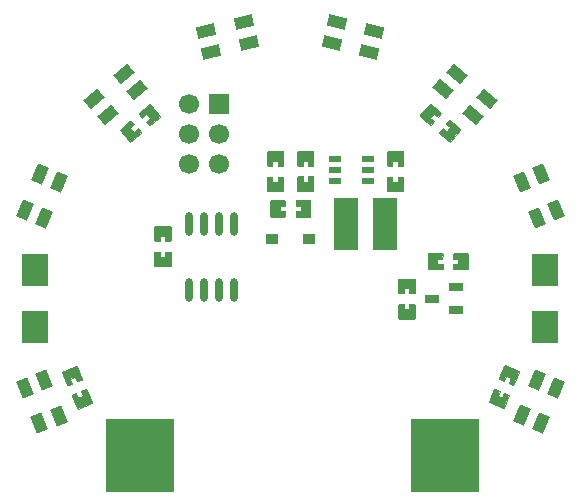
<source format=gbp>
G04 Layer: BottomPasteMaskLayer*
G04 EasyEDA Pro v1.9.29.eba1c1, 2023-07-30 16:19:25*
G04 Gerber Generator version 0.3*
G04 Scale: 100 percent, Rotated: No, Reflected: No*
G04 Dimensions in millimeters*
G04 Leading zeros omitted, absolute positions, 3 integers and 3 decimals*
%FSLAX33Y33*%
%MOMM*%
%AMRect*21,1,$1,$2,0,0,$3*%
%ADD10C,0.0254*%
%ADD11R,1.999996X4.499991*%
%ADD12R,0.999998X0.550012*%
%ADD13R,0.999998X0.959993*%
%ADD14R,1.25001X0.699999*%
%ADD15C,1.7046*%
%ADD16C,1.699999*%
%ADD17R,1.699999X1.699999*%
%ADD18R,2.199996X2.799994*%
%ADD19R,2.199996X2.799994*%
%ADD20Rect,1.545006X0.997001X291.88*%
%ADD21Rect,1.545006X0.997001X247.47*%
%ADD22Rect,1.545006X0.997001X220.47*%
%ADD23Rect,1.545006X0.997001X193.47*%
%ADD24Rect,1.545006X0.997001X166.47*%
%ADD25Rect,1.545006X0.997001X139.47*%
%ADD26Rect,1.545006X0.997001X112.47*%
%ADD27Rect,1.545006X0.997001X67.47*%
%ADD28O,0.699999X1.999996*%
G75*


G04 PolygonModel Start*
G36*
G01X9510Y12470D02*
G01X8230Y12470D01*
G01X8180Y12420D01*
G01Y11270D01*
G01X8230Y11220D01*
G01X8640Y11215D01*
G01Y11665D01*
G01X9090D01*
G01Y11225D01*
G01X9510Y11220D01*
G01X9560Y11270D01*
G01Y12420D01*
G01X9510Y12470D01*
G37*
G54D10*
G01X9510Y12470D02*
G01X8230Y12470D01*
G01X8180Y12420D01*
G01Y11270D01*
G01X8230Y11220D01*
G01X8640Y11215D01*
G01Y11665D01*
G01X9090D01*
G01Y11225D01*
G01X9510Y11220D01*
G01X9560Y11270D01*
G01Y12420D01*
G01X9510Y12470D01*
G36*
G01X9510Y10320D02*
G01X9090Y10320D01*
G01Y9875D01*
G01X8640D01*
G01Y10315D01*
G01X8230Y10320D01*
G01X8180Y10270D01*
G01Y9120D01*
G01X8230Y9070D01*
G01X9510D01*
G01X9560Y9120D01*
G01Y10270D01*
G01X9510Y10320D01*
G37*
G01X9510Y10320D02*
G01X9090Y10320D01*
G01Y9875D01*
G01X8640D01*
G01Y10315D01*
G01X8230Y10320D01*
G01X8180Y10270D01*
G01Y9120D01*
G01X8230Y9070D01*
G01X9510D01*
G01X9560Y9120D01*
G01Y10270D01*
G01X9510Y10320D01*
G36*
G01X-650Y12470D02*
G01X-1930Y12470D01*
G01X-1980Y12420D01*
G01Y11270D01*
G01X-1930Y11220D01*
G01X-1520Y11215D01*
G01Y11665D01*
G01X-1070D01*
G01Y11225D01*
G01X-650Y11220D01*
G01X-600Y11270D01*
G01Y12420D01*
G01X-650Y12470D01*
G37*
G01X-650Y12470D02*
G01X-1930Y12470D01*
G01X-1980Y12420D01*
G01Y11270D01*
G01X-1930Y11220D01*
G01X-1520Y11215D01*
G01Y11665D01*
G01X-1070D01*
G01Y11225D01*
G01X-650Y11220D01*
G01X-600Y11270D01*
G01Y12420D01*
G01X-650Y12470D01*
G36*
G01X-650Y10320D02*
G01X-1070Y10320D01*
G01Y9875D01*
G01X-1520D01*
G01Y10315D01*
G01X-1930Y10320D01*
G01X-1980Y10270D01*
G01Y9120D01*
G01X-1930Y9070D01*
G01X-650D01*
G01X-600Y9120D01*
G01Y10270D01*
G01X-650Y10320D01*
G37*
G01X-650Y10320D02*
G01X-1070Y10320D01*
G01Y9875D01*
G01X-1520D01*
G01Y10315D01*
G01X-1930Y10320D01*
G01X-1980Y10270D01*
G01Y9120D01*
G01X-1930Y9070D01*
G01X-650D01*
G01X-600Y9120D01*
G01Y10270D01*
G01X-650Y10320D01*
G36*
G01X1700Y6980D02*
G01X1700Y8260D01*
G01X1650Y8310D01*
G01X500D01*
G01X450Y8260D01*
G01X445Y7850D01*
G01X895D01*
G01Y7400D01*
G01X455D01*
G01X450Y6980D01*
G01X500Y6930D01*
G01X1650D01*
G01X1700Y6980D01*
G37*
G01X1700Y6980D02*
G01X1700Y8260D01*
G01X1650Y8310D01*
G01X500D01*
G01X450Y8260D01*
G01X445Y7850D01*
G01X895D01*
G01Y7400D01*
G01X455D01*
G01X450Y6980D01*
G01X500Y6930D01*
G01X1650D01*
G01X1700Y6980D01*
G36*
G01X-450Y6980D02*
G01X-450Y7400D01*
G01X-895D01*
G01Y7850D01*
G01X-455D01*
G01X-450Y8260D01*
G01X-500Y8310D01*
G01X-1650D01*
G01X-1700Y8260D01*
G01Y6980D01*
G01X-1650Y6930D01*
G01X-500D01*
G01X-450Y6980D01*
G37*
G01X-450Y6980D02*
G01X-450Y7400D01*
G01X-895D01*
G01Y7850D01*
G01X-455D01*
G01X-450Y8260D01*
G01X-500Y8310D01*
G01X-1650D01*
G01X-1700Y8260D01*
G01Y6980D01*
G01X-1650Y6930D01*
G01X-500D01*
G01X-450Y6980D01*
G36*
G01X1910Y12495D02*
G01X630Y12495D01*
G01X580Y12445D01*
G01Y11295D01*
G01X630Y11245D01*
G01X1040Y11240D01*
G01Y11690D01*
G01X1490D01*
G01Y11250D01*
G01X1910Y11245D01*
G01X1960Y11295D01*
G01Y12445D01*
G01X1910Y12495D01*
G37*
G01X1910Y12495D02*
G01X630Y12495D01*
G01X580Y12445D01*
G01Y11295D01*
G01X630Y11245D01*
G01X1040Y11240D01*
G01Y11690D01*
G01X1490D01*
G01Y11250D01*
G01X1910Y11245D01*
G01X1960Y11295D01*
G01Y12445D01*
G01X1910Y12495D01*
G36*
G01X1910Y10345D02*
G01X1490Y10345D01*
G01Y9900D01*
G01X1040D01*
G01Y10340D01*
G01X630Y10345D01*
G01X580Y10295D01*
G01Y9145D01*
G01X630Y9095D01*
G01X1910D01*
G01X1960Y9145D01*
G01Y10295D01*
G01X1910Y10345D01*
G37*
G01X1910Y10345D02*
G01X1490Y10345D01*
G01Y9900D01*
G01X1040D01*
G01Y10340D01*
G01X630Y10345D01*
G01X580Y10295D01*
G01Y9145D01*
G01X630Y9095D01*
G01X1910D01*
G01X1960Y9145D01*
G01Y10295D01*
G01X1910Y10345D01*
G36*
G01X-10175Y6120D02*
G01X-11455Y6120D01*
G01X-11505Y6070D01*
G01Y4920D01*
G01X-11455Y4870D01*
G01X-11045Y4865D01*
G01Y5315D01*
G01X-10595D01*
G01Y4875D01*
G01X-10175Y4870D01*
G01X-10125Y4920D01*
G01Y6070D01*
G01X-10175Y6120D01*
G37*
G01X-10175Y6120D02*
G01X-11455Y6120D01*
G01X-11505Y6070D01*
G01Y4920D01*
G01X-11455Y4870D01*
G01X-11045Y4865D01*
G01Y5315D01*
G01X-10595D01*
G01Y4875D01*
G01X-10175Y4870D01*
G01X-10125Y4920D01*
G01Y6070D01*
G01X-10175Y6120D01*
G36*
G01X-10175Y3970D02*
G01X-10595Y3970D01*
G01Y3525D01*
G01X-11045D01*
G01Y3965D01*
G01X-11455Y3970D01*
G01X-11505Y3920D01*
G01Y2770D01*
G01X-11455Y2720D01*
G01X-10175D01*
G01X-10125Y2770D01*
G01Y3920D01*
G01X-10175Y3970D01*
G37*
G01X-10175Y3970D02*
G01X-10595Y3970D01*
G01Y3525D01*
G01X-11045D01*
G01Y3965D01*
G01X-11455Y3970D01*
G01X-11505Y3920D01*
G01Y2770D01*
G01X-11455Y2720D01*
G01X-10175D01*
G01X-10125Y2770D01*
G01Y3920D01*
G01X-10175Y3970D01*
G36*
G01X-18129Y-5696D02*
G01X-19311Y-6186D01*
G01X-19338Y-6251D01*
G01X-18898Y-7314D01*
G01X-18833Y-7341D01*
G01X-18452Y-7188D01*
G01X-18624Y-6773D01*
G01X-18208Y-6601D01*
G01X-18040Y-7007D01*
G01X-17650Y-6851D01*
G01X-17623Y-6786D01*
G01X-18063Y-5723D01*
G01X-18129Y-5696D01*
G37*
G01X-18129Y-5696D02*
G01X-19311Y-6186D01*
G01X-19338Y-6251D01*
G01X-18898Y-7314D01*
G01X-18833Y-7341D01*
G01X-18452Y-7188D01*
G01X-18624Y-6773D01*
G01X-18208Y-6601D01*
G01X-18040Y-7007D01*
G01X-17650Y-6851D01*
G01X-17623Y-6786D01*
G01X-18063Y-5723D01*
G01X-18129Y-5696D01*
G36*
G01X-17306Y-7682D02*
G01X-17694Y-7843D01*
G01X-17523Y-8254D01*
G01X-17939Y-8426D01*
G01X-18108Y-8020D01*
G01X-18488Y-8172D01*
G01X-18515Y-8238D01*
G01X-18075Y-9300D01*
G01X-18010Y-9327D01*
G01X-16827Y-8837D01*
G01X-16800Y-8772D01*
G01X-17240Y-7709D01*
G01X-17306Y-7682D01*
G37*
G01X-17306Y-7682D02*
G01X-17694Y-7843D01*
G01X-17523Y-8254D01*
G01X-17939Y-8426D01*
G01X-18108Y-8020D01*
G01X-18488Y-8172D01*
G01X-18515Y-8238D01*
G01X-18075Y-9300D01*
G01X-18010Y-9327D01*
G01X-16827Y-8837D01*
G01X-16800Y-8772D01*
G01X-17240Y-7709D01*
G01X-17306Y-7682D01*
G36*
G01X16847Y-8791D02*
G01X18029Y-9281D01*
G01X18094Y-9254D01*
G01X18535Y-8191D01*
G01X18507Y-8126D01*
G01X18131Y-7965D01*
G01X17958Y-8380D01*
G01X17543Y-8208D01*
G01X17711Y-7802D01*
G01X17325Y-7636D01*
G01X17260Y-7663D01*
G01X16819Y-8726D01*
G01X16847Y-8791D01*
G37*
G01X16847Y-8791D02*
G01X18029Y-9281D01*
G01X18094Y-9254D01*
G01X18535Y-8191D01*
G01X18507Y-8126D01*
G01X18131Y-7965D01*
G01X17958Y-8380D01*
G01X17543Y-8208D01*
G01X17711Y-7802D01*
G01X17325Y-7636D01*
G01X17260Y-7663D01*
G01X16819Y-8726D01*
G01X16847Y-8791D01*
G36*
G01X17669Y-6805D02*
G01X18057Y-6965D01*
G01X18228Y-6554D01*
G01X18643Y-6727D01*
G01X18475Y-7133D01*
G01X18852Y-7295D01*
G01X18917Y-7268D01*
G01X19357Y-6205D01*
G01X19330Y-6140D01*
G01X18148Y-5650D01*
G01X18082Y-5677D01*
G01X17642Y-6739D01*
G01X17669Y-6805D01*
G37*
G01X17669Y-6805D02*
G01X18057Y-6965D01*
G01X18228Y-6554D01*
G01X18643Y-6727D01*
G01X18475Y-7133D01*
G01X18852Y-7295D01*
G01X18917Y-7268D01*
G01X19357Y-6205D01*
G01X19330Y-6140D01*
G01X18148Y-5650D01*
G01X18082Y-5677D01*
G01X17642Y-6739D01*
G01X17669Y-6805D01*
G36*
G01X-11019Y15481D02*
G01X-11851Y16454D01*
G01X-11921Y16460D01*
G01X-12796Y15713D01*
G01X-12801Y15643D01*
G01X-12539Y15328D01*
G01X-12196Y15620D01*
G01X-11904Y15278D01*
G01X-12239Y14992D01*
G01X-11970Y14669D01*
G01X-11899Y14664D01*
G01X-11025Y15411D01*
G01X-11019Y15481D01*
G37*
G01X-11019Y15481D02*
G01X-11851Y16454D01*
G01X-11921Y16460D01*
G01X-12796Y15713D01*
G01X-12801Y15643D01*
G01X-12539Y15328D01*
G01X-12196Y15620D01*
G01X-11904Y15278D01*
G01X-12239Y14992D01*
G01X-11970Y14669D01*
G01X-11899Y14664D01*
G01X-11025Y15411D01*
G01X-11019Y15481D01*
G36*
G01X-12654Y14085D02*
G01X-12927Y14404D01*
G01X-13265Y14115D01*
G01X-13558Y14457D01*
G01X-13223Y14743D01*
G01X-13485Y15058D01*
G01X-13556Y15064D01*
G01X-14430Y14317D01*
G01X-14436Y14246D01*
G01X-13605Y13273D01*
G01X-13534Y13267D01*
G01X-12660Y14014D01*
G01X-12654Y14085D01*
G37*
G01X-12654Y14085D02*
G01X-12927Y14404D01*
G01X-13265Y14115D01*
G01X-13558Y14457D01*
G01X-13223Y14743D01*
G01X-13485Y15058D01*
G01X-13556Y15064D01*
G01X-14430Y14317D01*
G01X-14436Y14246D01*
G01X-13605Y13273D01*
G01X-13534Y13267D01*
G01X-12660Y14014D01*
G01X-12654Y14085D01*
G36*
G01X13567Y13305D02*
G01X14398Y14279D01*
G01X14392Y14349D01*
G01X13518Y15096D01*
G01X13447Y15091D01*
G01X13177Y14782D01*
G01X13520Y14490D01*
G01X13227Y14148D01*
G01X12893Y14433D01*
G01X12616Y14117D01*
G01X12622Y14047D01*
G01X13496Y13300D01*
G01X13567Y13305D01*
G37*
G01X13567Y13305D02*
G01X14398Y14279D01*
G01X14392Y14349D01*
G01X13518Y15096D01*
G01X13447Y15091D01*
G01X13177Y14782D01*
G01X13520Y14490D01*
G01X13227Y14148D01*
G01X12893Y14433D01*
G01X12616Y14117D01*
G01X12622Y14047D01*
G01X13496Y13300D01*
G01X13567Y13305D01*
G36*
G01X11932Y14702D02*
G01X12205Y15021D01*
G01X11866Y15310D01*
G01X12158Y15652D01*
G01X12493Y15367D01*
G01X12763Y15675D01*
G01X12758Y15746D01*
G01X11883Y16492D01*
G01X11813Y16487D01*
G01X10981Y15514D01*
G01X10987Y15443D01*
G01X11861Y14696D01*
G01X11932Y14702D01*
G37*
G01X11932Y14702D02*
G01X12205Y15021D01*
G01X11866Y15310D01*
G01X12158Y15652D01*
G01X12493Y15367D01*
G01X12763Y15675D01*
G01X12758Y15746D01*
G01X11883Y16492D01*
G01X11813Y16487D01*
G01X10981Y15514D01*
G01X10987Y15443D01*
G01X11861Y14696D01*
G01X11932Y14702D01*
G36*
G01X9202Y-1700D02*
G01X10482Y-1700D01*
G01X10532Y-1650D01*
G01Y-500D01*
G01X10482Y-450D01*
G01X10072Y-445D01*
G01Y-895D01*
G01X9622D01*
G01Y-455D01*
G01X9202Y-450D01*
G01X9152Y-500D01*
G01Y-1650D01*
G01X9202Y-1700D01*
G37*
G01X9202Y-1700D02*
G01X10482Y-1700D01*
G01X10532Y-1650D01*
G01Y-500D01*
G01X10482Y-450D01*
G01X10072Y-445D01*
G01Y-895D01*
G01X9622D01*
G01Y-455D01*
G01X9202Y-450D01*
G01X9152Y-500D01*
G01Y-1650D01*
G01X9202Y-1700D01*
G36*
G01X9202Y450D02*
G01X9622Y450D01*
G01Y895D01*
G01X10072D01*
G01Y455D01*
G01X10482Y450D01*
G01X10532Y500D01*
G01Y1650D01*
G01X10482Y1700D01*
G01X9202D01*
G01X9152Y1650D01*
G01Y500D01*
G01X9202Y450D01*
G37*
G01X9202Y450D02*
G01X9622Y450D01*
G01Y895D01*
G01X10072D01*
G01Y455D01*
G01X10482Y450D01*
G01X10532Y500D01*
G01Y1650D01*
G01X10482Y1700D01*
G01X9202D01*
G01X9152Y1650D01*
G01Y500D01*
G01X9202Y450D01*
G36*
G01X11635Y3815D02*
G01X11635Y2535D01*
G01X11685Y2485D01*
G01X12835D01*
G01X12885Y2535D01*
G01X12890Y2945D01*
G01X12440D01*
G01Y3395D01*
G01X12880D01*
G01X12885Y3815D01*
G01X12835Y3865D01*
G01X11685D01*
G01X11635Y3815D01*
G37*
G01X11635Y3815D02*
G01X11635Y2535D01*
G01X11685Y2485D01*
G01X12835D01*
G01X12885Y2535D01*
G01X12890Y2945D01*
G01X12440D01*
G01Y3395D01*
G01X12880D01*
G01X12885Y3815D01*
G01X12835Y3865D01*
G01X11685D01*
G01X11635Y3815D01*
G36*
G01X13785Y3815D02*
G01X13785Y3395D01*
G01X14230D01*
G01Y2945D01*
G01X13790D01*
G01X13785Y2535D01*
G01X13835Y2485D01*
G01X14985D01*
G01X15035Y2535D01*
G01Y3815D01*
G01X14985Y3865D01*
G01X13835D01*
G01X13785Y3815D01*
G37*
G01X13785Y3815D02*
G01X13785Y3395D01*
G01X14230D01*
G01Y2945D01*
G01X13790D01*
G01X13785Y2535D01*
G01X13835Y2485D01*
G01X14985D01*
G01X15035Y2535D01*
G01Y3815D01*
G01X14985Y3865D01*
G01X13835D01*
G01X13785Y3815D01*
G36*
G01X10190Y-16277D02*
G01X15890Y-16277D01*
G01Y-10177D01*
G01X10190D01*
G01Y-16277D01*
G37*
G01X10190Y-16277D02*
G01X15890Y-16277D01*
G01Y-10177D01*
G01X10190D01*
G01Y-16277D01*
G36*
G01X-15610Y-16277D02*
G01X-9910Y-16277D01*
G01Y-10177D01*
G01X-15610D01*
G01Y-16277D01*
G37*
G01X-15610Y-16277D02*
G01X-9910Y-16277D01*
G01Y-10177D01*
G01X-15610D01*
G01Y-16277D01*
G04 PolygonModel End*

G04 Pad Start*
G54D11*
G01X8000Y6350D03*
G01X4700Y6350D03*
G54D12*
G01X3780Y11818D03*
G01X3780Y10868D03*
G01X3780Y9918D03*
G01X6580Y9918D03*
G01X6580Y10868D03*
G01X6580Y11818D03*
G54D13*
G01X-1585Y5080D03*
G01X1585Y5080D03*
G54D14*
G01X14017Y950D03*
G01X14017Y-950D03*
G01X12018Y0D03*
G54D16*
G01X-8572Y16510D03*
G54D17*
G01X-6032Y16510D03*
G54D16*
G01X-6032Y13970D03*
G01X-6032Y11430D03*
G01X-8572Y11430D03*
G01X-8572Y13970D03*
G54D18*
G01X-21590Y-2400D03*
G01X-21590Y2400D03*
G54D19*
G01X21590Y2400D03*
G01X21590Y-2400D03*
G54D20*
G01X-22477Y-7527D03*
G01X-20825Y-6864D03*
G01X-19604Y-9903D03*
G01X-21256Y-10567D03*
G54D21*
G01X-21235Y10569D03*
G01X-19591Y9887D03*
G01X-20846Y6862D03*
G01X-22490Y7544D03*
G54D22*
G01X-14122Y19057D03*
G01X-12967Y17703D03*
G01X-15459Y15578D03*
G01X-16614Y16932D03*
G54D23*
G01X-3931Y23392D03*
G01X-3517Y21661D03*
G01X-6702Y20898D03*
G01X-7116Y22629D03*
G54D24*
G01X7117Y22627D03*
G01X6700Y20896D03*
G01X3516Y21663D03*
G01X3933Y23393D03*
G54D25*
G01X16614Y16930D03*
G01X15457Y15577D03*
G01X12968Y17705D03*
G01X14124Y19058D03*
G54D26*
G01X22489Y7542D03*
G01X20844Y6862D03*
G01X19592Y9888D03*
G01X21237Y10569D03*
G54D27*
G01X21235Y-10569D03*
G01X19591Y-9887D03*
G01X20846Y-6862D03*
G01X22490Y-7544D03*
G54D28*
G01X-4762Y693D03*
G01X-6032Y693D03*
G01X-7302Y693D03*
G01X-8572Y693D03*
G01X-4762Y6292D03*
G01X-6032Y6292D03*
G01X-7302Y6292D03*
G01X-8572Y6292D03*
G04 Pad End*

M02*

</source>
